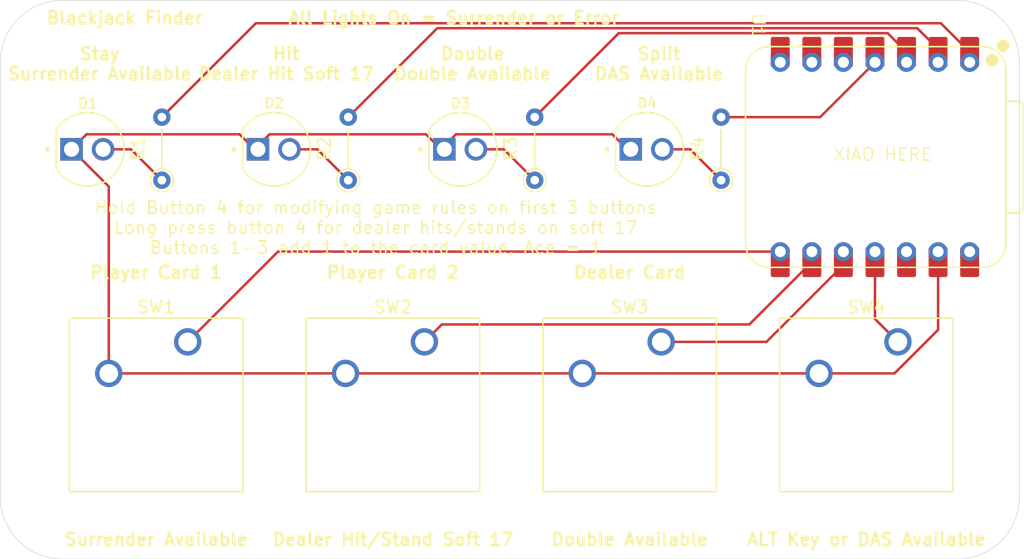
<source format=kicad_pcb>
(kicad_pcb (version 20241229) (generator "pcbnew") (generator_version "9.0")
  (layers (0 "F.Cu" signal) (2 "B.Cu" signal) (13 "F.Paste" user) (15 "B.Paste" user) (5 "F.SilkS" user "F.Silkscreen") (7 "B.SilkS" user "B.Silkscreen") (1 "F.Mask" user) (3 "B.Mask" user) (25 "Edge.Cuts" user))
  (net 0 "")
  (net 1 "Net-(D1-PadA)")
  (net 2 "GND")
  (net 3 "Net-(D2-PadA)")
  (net 4 "Net-(D3-PadA)")
  (net 5 "Net-(D4-PadA)")
  (net 6 "LED1")
  (net 7 "LED2")
  (net 8 "LED3")
  (net 9 "LED4")
  (net 10 "Button1")
  (net 11 "Button2")
  (net 12 "Button3")
  (net 13 "Button4")
  (footprint "Resistor_THT:R_Axial_DIN0204_L3.6mm_D1.6mm_P5.08mm_Vertical" (layer "F.Cu") (at 155 110.49 90)
    (property "Reference" "R4" (at 2.54 -1.92 90) (layer "F.SilkS"))
    (property "Value" "R")
    (fp_line (start 0.92 0) (end 4.08 0) (stroke (width 0.12)) (layer "F.SilkS"))
    (fp_circle (center 0 0) (end 0.92 0) (stroke (width 0.12)) (fill no) (layer "F.SilkS"))
    (pad "1" thru_hole circle (at 0 0 90) (size 1.4 1.4) (drill 0.7) (layers "*.Cu" "*.Mask") (net 5 "Net-(D4-PadA)"))
    (pad "2" thru_hole circle (at 5.08 0 90) (size 1.4 1.4) (drill 0.7) (layers "*.Cu" "*.Mask") (net 9 "LED4"))
  )
  (footprint "Resistor_THT:R_Axial_DIN0204_L3.6mm_D1.6mm_P5.08mm_Vertical" (layer "F.Cu") (at 110 110.49 90)
    (property "Reference" "R1" (at 2.54 -1.92 90) (layer "F.SilkS"))
    (property "Value" "R")
    (fp_line (start 0.92 0) (end 4.08 0) (stroke (width 0.12)) (layer "F.SilkS"))
    (fp_circle (center 0 0) (end 0.92 0) (stroke (width 0.12)) (fill no) (layer "F.SilkS"))
    (pad "1" thru_hole circle (at 0 0 90) (size 1.4 1.4) (drill 0.7) (layers "*.Cu" "*.Mask") (net 1 "Net-(D1-PadA)"))
    (pad "2" thru_hole circle (at 5.08 0 90) (size 1.4 1.4) (drill 0.7) (layers "*.Cu" "*.Mask") (net 6 "LED1"))
  )
  (footprint "Footprints:LED" (layer "F.Cu") (at 104 108)
    (property "Reference" "D1" (at 0.04 -3.708 0) (layer "F.SilkS") (effects (font (size 0.8 0.8))))
    (property "Value" "L08R5000Q1")
    (fp_line (start -2.5 -1.566) (end -2.5 1.566) (stroke (width 0.127)) (layer "F.SilkS"))
    (fp_arc (start -2.5 -1.566) (mid 2.961291 0) (end -2.5 1.566) (stroke (width 0.127)) (layer "F.SilkS"))
    (fp_circle (center -3.2 0) (end -3.1 0) (stroke (width 0.2)) (fill no) (layer "F.SilkS"))
    (pad "A" thru_hole circle (at 1.27 0) (size 1.815 1.815) (drill 1.21) (layers "*.Cu" "*.Mask") (net 1 "Net-(D1-PadA)"))
    (pad "C" thru_hole rect (at -1.27 0) (size 1.815 1.815) (drill 1.21) (layers "*.Cu" "*.Mask") (net 2 "GND"))
  )
  (footprint "Footprints:SW_Cherry_MX_1.00u_PCB3D" (layer "F.Cu") (at 169.2275 123.5075)
    (property "Reference" "SW4" (at -2.54 -2.794 0) (layer "F.SilkS"))
    (property "Value" "SW_Push")
    (fp_line (start -9.525 -1.905) (end 4.445 -1.905) (stroke (width 0.12)) (layer "F.SilkS"))
    (fp_line (start -9.525 12.065) (end -9.525 -1.905) (stroke (width 0.12)) (layer "F.SilkS"))
    (fp_line (start 4.445 -1.905) (end 4.445 12.065) (stroke (width 0.12)) (layer "F.SilkS"))
    (fp_line (start 4.445 12.065) (end -9.525 12.065) (stroke (width 0.12)) (layer "F.SilkS"))
    (pad "" np_thru_hole circle (at -7.62 5.08) (size 1.7 1.7) (drill 1.7) (layers "*.Cu" "*.Mask"))
    (pad "" np_thru_hole circle (at -2.54 5.08) (size 4 4) (drill 4) (layers "*.Cu" "*.Mask"))
    (pad "" np_thru_hole circle (at 2.54 5.08) (size 1.7 1.7) (drill 1.7) (layers "*.Cu" "*.Mask"))
    (pad "1" thru_hole circle (at 0 0) (size 2.2 2.2) (drill 1.5) (layers "*.Cu" "*.Mask") (net 13 "Button4"))
    (pad "2" thru_hole circle (at -6.35 2.54) (size 2.2 2.2) (drill 1.5) (layers "*.Cu" "*.Mask") (net 2 "GND"))
  )
  (footprint "Footprints:SW_Cherry_MX_1.00u_PCB3D" (layer "F.Cu") (at 150.1775 123.5075)
    (property "Reference" "SW3" (at -2.54 -2.794 0) (layer "F.SilkS"))
    (property "Value" "SW_Push")
    (fp_line (start -9.525 -1.905) (end 4.445 -1.905) (stroke (width 0.12)) (layer "F.SilkS"))
    (fp_line (start -9.525 12.065) (end -9.525 -1.905) (stroke (width 0.12)) (layer "F.SilkS"))
    (fp_line (start 4.445 -1.905) (end 4.445 12.065) (stroke (width 0.12)) (layer "F.SilkS"))
    (fp_line (start 4.445 12.065) (end -9.525 12.065) (stroke (width 0.12)) (layer "F.SilkS"))
    (pad "" np_thru_hole circle (at -7.62 5.08) (size 1.7 1.7) (drill 1.7) (layers "*.Cu" "*.Mask"))
    (pad "" np_thru_hole circle (at -2.54 5.08) (size 4 4) (drill 4) (layers "*.Cu" "*.Mask"))
    (pad "" np_thru_hole circle (at 2.54 5.08) (size 1.7 1.7) (drill 1.7) (layers "*.Cu" "*.Mask"))
    (pad "1" thru_hole circle (at 0 0) (size 2.2 2.2) (drill 1.5) (layers "*.Cu" "*.Mask") (net 12 "Button3"))
    (pad "2" thru_hole circle (at -6.35 2.54) (size 2.2 2.2) (drill 1.5) (layers "*.Cu" "*.Mask") (net 2 "GND"))
  )
  (footprint "Resistor_THT:R_Axial_DIN0204_L3.6mm_D1.6mm_P5.08mm_Vertical" (layer "F.Cu") (at 140 110.49 90)
    (property "Reference" "R3" (at 2.54 -1.92 90) (layer "F.SilkS"))
    (property "Value" "R")
    (fp_line (start 0.92 0) (end 4.08 0) (stroke (width 0.12)) (layer "F.SilkS"))
    (fp_circle (center 0 0) (end 0.92 0) (stroke (width 0.12)) (fill no) (layer "F.SilkS"))
    (pad "1" thru_hole circle (at 0 0 90) (size 1.4 1.4) (drill 0.7) (layers "*.Cu" "*.Mask") (net 4 "Net-(D3-PadA)"))
    (pad "2" thru_hole circle (at 5.08 0 90) (size 1.4 1.4) (drill 0.7) (layers "*.Cu" "*.Mask") (net 8 "LED3"))
  )
  (footprint "Footprints:SW_Cherry_MX_1.00u_PCB3D" (layer "F.Cu") (at 112.0775 123.5075)
    (property "Reference" "SW1" (at -2.54 -2.794 0) (layer "F.SilkS"))
    (property "Value" "SW_Push")
    (fp_line (start -9.525 -1.905) (end 4.445 -1.905) (stroke (width 0.12)) (layer "F.SilkS"))
    (fp_line (start -9.525 12.065) (end -9.525 -1.905) (stroke (width 0.12)) (layer "F.SilkS"))
    (fp_line (start 4.445 -1.905) (end 4.445 12.065) (stroke (width 0.12)) (layer "F.SilkS"))
    (fp_line (start 4.445 12.065) (end -9.525 12.065) (stroke (width 0.12)) (layer "F.SilkS"))
    (pad "" np_thru_hole circle (at -7.62 5.08) (size 1.7 1.7) (drill 1.7) (layers "*.Cu" "*.Mask"))
    (pad "" np_thru_hole circle (at -2.54 5.08) (size 4 4) (drill 4) (layers "*.Cu" "*.Mask"))
    (pad "" np_thru_hole circle (at 2.54 5.08) (size 1.7 1.7) (drill 1.7) (layers "*.Cu" "*.Mask"))
    (pad "1" thru_hole circle (at 0 0) (size 2.2 2.2) (drill 1.5) (layers "*.Cu" "*.Mask") (net 10 "Button1"))
    (pad "2" thru_hole circle (at -6.35 2.54) (size 2.2 2.2) (drill 1.5) (layers "*.Cu" "*.Mask") (net 2 "GND"))
  )
  (footprint "Resistor_THT:R_Axial_DIN0204_L3.6mm_D1.6mm_P5.08mm_Vertical" (layer "F.Cu") (at 125 110.49 90)
    (property "Reference" "R2" (at 2.54 -1.92 90) (layer "F.SilkS"))
    (property "Value" "R")
    (fp_line (start 0.92 0) (end 4.08 0) (stroke (width 0.12)) (layer "F.SilkS"))
    (fp_circle (center 0 0) (end 0.92 0) (stroke (width 0.12)) (fill no) (layer "F.SilkS"))
    (pad "1" thru_hole circle (at 0 0 90) (size 1.4 1.4) (drill 0.7) (layers "*.Cu" "*.Mask") (net 3 "Net-(D2-PadA)"))
    (pad "2" thru_hole circle (at 5.08 0 90) (size 1.4 1.4) (drill 0.7) (layers "*.Cu" "*.Mask") (net 7 "LED2"))
  )
  (footprint "Footprints:LED" (layer "F.Cu") (at 149 108)
    (property "Reference" "D4" (at 0.04 -3.708 0) (layer "F.SilkS") (effects (font (size 0.8 0.8))))
    (property "Value" "L08R5000Q1")
    (fp_line (start -2.5 -1.566) (end -2.5 1.566) (stroke (width 0.127)) (layer "F.SilkS"))
    (fp_arc (start -2.5 -1.566) (mid 2.961291 0) (end -2.5 1.566) (stroke (width 0.127)) (layer "F.SilkS"))
    (fp_circle (center -3.2 0) (end -3.1 0) (stroke (width 0.2)) (fill no) (layer "F.SilkS"))
    (pad "A" thru_hole circle (at 1.27 0) (size 1.815 1.815) (drill 1.21) (layers "*.Cu" "*.Mask") (net 5 "Net-(D4-PadA)"))
    (pad "C" thru_hole rect (at -1.27 0) (size 1.815 1.815) (drill 1.21) (layers "*.Cu" "*.Mask") (net 2 "GND"))
  )
  (footprint "Footprints:LED" (layer "F.Cu") (at 134 108)
    (property "Reference" "D3" (at 0.04 -3.708 0) (layer "F.SilkS") (effects (font (size 0.8 0.8))))
    (property "Value" "L08R5000Q1")
    (fp_line (start -2.5 -1.566) (end -2.5 1.566) (stroke (width 0.127)) (layer "F.SilkS"))
    (fp_arc (start -2.5 -1.566) (mid 2.961291 0) (end -2.5 1.566) (stroke (width 0.127)) (layer "F.SilkS"))
    (fp_circle (center -3.2 0) (end -3.1 0) (stroke (width 0.2)) (fill no) (layer "F.SilkS"))
    (pad "A" thru_hole circle (at 1.27 0) (size 1.815 1.815) (drill 1.21) (layers "*.Cu" "*.Mask") (net 4 "Net-(D3-PadA)"))
    (pad "C" thru_hole rect (at -1.27 0) (size 1.815 1.815) (drill 1.21) (layers "*.Cu" "*.Mask") (net 2 "GND"))
  )
  (footprint "Footprints:SW_Cherry_MX_1.00u_PCB3D" (layer "F.Cu") (at 131.1275 123.5075)
    (property "Reference" "SW2" (at -2.54 -2.794 0) (layer "F.SilkS"))
    (property "Value" "SW_Push")
    (fp_line (start -9.525 -1.905) (end 4.445 -1.905) (stroke (width 0.12)) (layer "F.SilkS"))
    (fp_line (start -9.525 12.065) (end -9.525 -1.905) (stroke (width 0.12)) (layer "F.SilkS"))
    (fp_line (start 4.445 -1.905) (end 4.445 12.065) (stroke (width 0.12)) (layer "F.SilkS"))
    (fp_line (start 4.445 12.065) (end -9.525 12.065) (stroke (width 0.12)) (layer "F.SilkS"))
    (pad "" np_thru_hole circle (at -7.62 5.08) (size 1.7 1.7) (drill 1.7) (layers "*.Cu" "*.Mask"))
    (pad "" np_thru_hole circle (at -2.54 5.08) (size 4 4) (drill 4) (layers "*.Cu" "*.Mask"))
    (pad "" np_thru_hole circle (at 2.54 5.08) (size 1.7 1.7) (drill 1.7) (layers "*.Cu" "*.Mask"))
    (pad "1" thru_hole circle (at 0 0) (size 2.2 2.2) (drill 1.5) (layers "*.Cu" "*.Mask") (net 11 "Button2"))
    (pad "2" thru_hole circle (at -6.35 2.54) (size 2.2 2.2) (drill 1.5) (layers "*.Cu" "*.Mask") (net 2 "GND"))
  )
  (footprint "Footprints:LED" (layer "F.Cu") (at 119 108)
    (property "Reference" "D2" (at 0.04 -3.708 0) (layer "F.SilkS") (effects (font (size 0.8 0.8))))
    (property "Value" "L08R5000Q1")
    (fp_line (start -2.5 -1.566) (end -2.5 1.566) (stroke (width 0.127)) (layer "F.SilkS"))
    (fp_arc (start -2.5 -1.566) (mid 2.961291 0) (end -2.5 1.566) (stroke (width 0.127)) (layer "F.SilkS"))
    (fp_circle (center -3.2 0) (end -3.1 0) (stroke (width 0.2)) (fill no) (layer "F.SilkS"))
    (pad "A" thru_hole circle (at 1.27 0) (size 1.815 1.815) (drill 1.21) (layers "*.Cu" "*.Mask") (net 3 "Net-(D2-PadA)"))
    (pad "C" thru_hole rect (at -1.27 0) (size 1.815 1.815) (drill 1.21) (layers "*.Cu" "*.Mask") (net 2 "GND"))
  )
  (footprint "Footprints:XIAO-RP2040-DIP" (layer "F.Cu") (at 167.38 108.62 -90)
    (property "Reference" "U1" (at -10.62 9.38 270) (layer "F.SilkS") (effects (font (thickness 0.125))))
    (property "Value" "XIAO-RP2040-DIP")
    (fp_line (start -6.985 10.414) (end 6.985 10.414) (stroke (width 0.127)) (layer "F.SilkS"))
    (fp_line (start -8.89 8.509) (end -8.89 -8.636) (stroke (width 0.127)) (layer "F.SilkS"))
    (fp_line (start 8.89 8.509) (end 8.89 -8.636) (stroke (width 0.127)) (layer "F.SilkS"))
    (fp_line (start -4.495 -10.541) (end -4.491272 -11.451272) (stroke (width 0.127)) (layer "F.SilkS"))
    (fp_line (start 6.985 -10.541) (end -6.985 -10.541) (stroke (width 0.1)) (layer "F.SilkS"))
    (fp_line (start 6.985 -10.541) (end -6.985 -10.541) (stroke (width 0.127)) (layer "F.SilkS"))
    (fp_line (start 4.504 -11.451) (end 4.504 -10.541) (stroke (width 0.127)) (layer "F.SilkS"))
    (fp_line (start -3.991272 -11.951) (end 4.004 -11.951) (stroke (width 0.127)) (layer "F.SilkS"))
    (fp_arc (start -6.985 10.414) (mid -8.332038 9.856038) (end -8.89 8.509) (stroke (width 0.127)) (layer "F.SilkS"))
    (fp_arc (start 8.89 8.509) (mid 8.332038 9.856038) (end 6.985 10.414) (stroke (width 0.127)) (layer "F.SilkS"))
    (fp_arc (start -8.89 -8.636) (mid -8.332038 -9.983038) (end -6.985 -10.541) (stroke (width 0.127)) (layer "F.SilkS"))
    (fp_arc (start 6.985 -10.541) (mid 8.332038 -9.983038) (end 8.89 -8.636) (stroke (width 0.127)) (layer "F.SilkS"))
    (fp_arc (start -4.491272 -11.451272) (mid -4.344728 -11.80464) (end -3.991272 -11.951) (stroke (width 0.127)) (layer "F.SilkS"))
    (fp_arc (start 4.004 -11.951) (mid 4.357553 -11.804553) (end 4.504 -11.451) (stroke (width 0.127)) (layer "F.SilkS"))
    (fp_circle (center -7.807 -9.42) (end -7.807 -9.674) (stroke (width 0.5)) (fill yes) (layer "F.SilkS"))
    (fp_circle (center -8.95 -10.3) (end -8.95 -10.554) (stroke (width 0.5)) (fill yes) (layer "F.SilkS"))
    (pad "1" smd roundrect (at -8.455 -7.62 90) (size 2.432 1.524) (layers "F.Cu" "F.Mask") (roundrect_rratio 0.1) (net 6 "LED1"))
    (pad "1" thru_hole circle (at -7.62 -7.62 90) (size 1.524 1.524) (drill 0.889) (layers "*.Cu" "*.Mask") (net 6 "LED1"))
    (pad "2" smd roundrect (at -8.455 -5.08 90) (size 2.432 1.524) (layers "F.Cu" "F.Mask") (roundrect_rratio 0.1) (net 7 "LED2"))
    (pad "2" thru_hole circle (at -7.62 -5.08 90) (size 1.524 1.524) (drill 0.889) (layers "*.Cu" "*.Mask") (net 7 "LED2"))
    (pad "3" smd roundrect (at -8.455 -2.54 90) (size 2.432 1.524) (layers "F.Cu" "F.Mask") (roundrect_rratio 0.1) (net 8 "LED3"))
    (pad "3" thru_hole circle (at -7.62 -2.54 90) (size 1.524 1.524) (drill 0.889) (layers "*.Cu" "*.Mask") (net 8 "LED3"))
    (pad "4" smd roundrect (at -8.455 0 90) (size 2.432 1.524) (layers "F.Cu" "F.Mask") (roundrect_rratio 0.1) (net 9 "LED4"))
    (pad "4" thru_hole circle (at -7.62 0 90) (size 1.524 1.524) (drill 0.889) (layers "*.Cu" "*.Mask") (net 9 "LED4"))
    (pad "5" smd roundrect (at -8.455 2.54 90) (size 2.432 1.524) (layers "F.Cu" "F.Mask") (roundrect_rratio 0.1))
    (pad "5" thru_hole circle (at -7.62 2.54 90) (size 1.524 1.524) (drill 0.889) (layers "*.Cu" "*.Mask"))
    (pad "6" smd roundrect (at -8.455 5.08 90) (size 2.432 1.524) (layers "F.Cu" "F.Mask") (roundrect_rratio 0.1))
    (pad "6" thru_hole circle (at -7.62 5.08 90) (size 1.524 1.524) (drill 0.889) (layers "*.Cu" "*.Mask"))
    (pad "7" smd roundrect (at -8.455 7.62 90) (size 2.432 1.524) (layers "F.Cu" "F.Mask") (roundrect_rratio 0.1))
    (pad "7" thru_hole circle (at -7.62 7.62 90) (size 1.524 1.524) (drill 0.889) (layers "*.Cu" "*.Mask"))
    (pad "8" thru_hole circle (at 7.62 7.62 270) (size 1.524 1.524) (drill 0.889) (layers "*.Cu" "*.Mask") (net 10 "Button1"))
    (pad "8" smd roundrect (at 8.455 7.62 270) (size 2.432 1.524) (layers "F.Cu" "F.Mask") (roundrect_rratio 0.1) (net 10 "Button1"))
    (pad "9" thru_hole circle (at 7.62 5.08 270) (size 1.524 1.524) (drill 0.889) (layers "*.Cu" "*.Mask") (net 11 "Button2"))
    (pad "9" smd roundrect (at 8.455 5.08 270) (size 2.432 1.524) (layers "F.Cu" "F.Mask") (roundrect_rratio 0.1) (net 11 "Button2"))
    (pad "10" thru_hole circle (at 7.62 2.54 270) (size 1.524 1.524) (drill 0.889) (layers "*.Cu" "*.Mask") (net 12 "Button3"))
    (pad "10" smd roundrect (at 8.455 2.54 270) (size 2.432 1.524) (layers "F.Cu" "F.Mask") (roundrect_rratio 0.1) (net 12 "Button3"))
    (pad "11" thru_hole circle (at 7.62 0 270) (size 1.524 1.524) (drill 0.889) (layers "*.Cu" "*.Mask") (net 13 "Button4"))
    (pad "11" smd roundrect (at 8.455 0 270) (size 2.432 1.524) (layers "F.Cu" "F.Mask") (roundrect_rratio 0.1) (net 13 "Button4"))
    (pad "12" thru_hole circle (at 7.62 -2.54 270) (size 1.524 1.524) (drill 0.889) (layers "*.Cu" "*.Mask"))
    (pad "12" smd roundrect (at 8.455 -2.54 270) (size 2.432 1.524) (layers "F.Cu" "F.Mask") (roundrect_rratio 0.1))
    (pad "13" thru_hole circle (at 7.62 -5.08 270) (size 1.524 1.524) (drill 0.889) (layers "*.Cu" "*.Mask") (net 2 "GND"))
    (pad "13" smd roundrect (at 8.455 -5.08 270) (size 2.432 1.524) (layers "F.Cu" "F.Mask") (roundrect_rratio 0.1) (net 2 "GND"))
    (pad "14" thru_hole circle (at 7.62 -7.62 270) (size 1.524 1.524) (drill 0.889) (layers "*.Cu" "*.Mask"))
    (pad "14" smd roundrect (at 8.455 -7.62 270) (size 2.432 1.524) (layers "F.Cu" "F.Mask") (roundrect_rratio 0.1))
  )
  (gr_arc (start 179 136) (mid 177.535534 139.535534) (end 174 141) (stroke (width 0.05)) (layer "Edge.Cuts"))
  (gr_arc (start 97 101) (mid 98.464466 97.464466) (end 102 96) (stroke (width 0.05)) (layer "Edge.Cuts"))
  (gr_arc (start 174 96) (mid 177.535534 97.464466) (end 179 101) (stroke (width 0.05)) (layer "Edge.Cuts"))
  (gr_line (start 179 101) (end 179 136) (stroke (width 0.05)) (layer "Edge.Cuts"))
  (gr_line (start 174 141) (end 102 141) (stroke (width 0.05)) (layer "Edge.Cuts"))
  (gr_line (start 97 136) (end 97 101) (stroke (width 0.05)) (layer "Edge.Cuts"))
  (gr_arc (start 102 141) (mid 98.464466 139.535534) (end 97 136) (stroke (width 0.05)) (layer "Edge.Cuts"))
  (gr_line (start 102 96) (end 174 96) (stroke (width 0.05)) (layer "Edge.Cuts"))
  (gr_text "Dealer Hit/Stand Soft 17" (at 128.5875 140 0) (layer "F.SilkS") (effects (font (size 1 1) (thickness 0.2) (bold yes)) (justify bottom)))
  (gr_text "Hold Button 4 for modifying game rules on first 3 buttons\nLong press button 4 for dealer hits/stands on soft 17\nButtons 1-3 add 1 to the card value, Ace = 1" (at 127.2 116.5 0) (layer "F.SilkS") (effects (font (size 1 1) (thickness 0.125)) (justify bottom)))
  (gr_text "Stay\nSurrender Available" (at 105 102.5 0) (layer "F.SilkS") (effects (font (size 1 1) (thickness 0.2) (bold yes)) (justify bottom)))
  (gr_text "Dealer Card" (at 147.6375 118.5 0) (layer "F.SilkS") (effects (font (size 1 1) (thickness 0.2) (bold yes)) (justify bottom)))
  (gr_text "Double\nDouble Available" (at 135 102.5 0) (layer "F.SilkS") (effects (font (size 1 1) (thickness 0.2) (bold yes)) (justify bottom)))
  (gr_text "Blackjack Finder" (at 107 98 0) (layer "F.SilkS") (effects (font (size 1 1) (thickness 0.2) (bold yes)) (justify bottom)))
  (gr_text "Split\nDAS Available" (at 150 102.5 0) (layer "F.SilkS") (effects (font (size 1 1) (thickness 0.2) (bold yes)) (justify bottom)))
  (gr_text "Double Available" (at 147.6375 140 0) (layer "F.SilkS") (effects (font (size 1 1) (thickness 0.2) (bold yes)) (justify bottom)))
  (gr_text "Player Card 2" (at 128.5875 118.5 0) (layer "F.SilkS") (effects (font (size 1 1) (thickness 0.2) (bold yes)) (justify bottom)))
  (gr_text "Surrender Available" (at 109.5375 140 0) (layer "F.SilkS") (effects (font (size 1 1) (thickness 0.2) (bold yes)) (justify bottom)))
  (gr_text "Player Card 1" (at 109.5375 118.5 0) (layer "F.SilkS") (effects (font (size 1 1) (thickness 0.2) (bold yes)) (justify bottom)))
  (gr_text "XIAO HERE" (at 168 109 0) (layer "F.SilkS") (effects (font (size 1 1) (thickness 0.1)) (justify bottom)))
  (gr_text "Hit\nDealer Hit Soft 17" (at 120 102.5 0) (layer "F.SilkS") (effects (font (size 1 1) (thickness 0.2) (bold yes)) (justify bottom)))
  (gr_text "All Lights On = Surrender or Error" (at 133.5 98 0) (layer "F.SilkS") (effects (font (size 1 1) (thickness 0.2) (bold yes)) (justify bottom)))
  (gr_text "ALT Key or DAS Available" (at 166.6875 140 0) (layer "F.SilkS") (effects (font (size 1 1) (thickness 0.2) (bold yes)) (justify bottom)))
  (segment (start 105.27 108) (end 107.51 108) (width 0.2) (layer "F.Cu") (net 1))
  (segment (start 107.51 108) (end 110 110.49) (width 0.2) (layer "F.Cu") (net 1))
  (segment (start 172.46 122.54) (end 168.9525 126.0475) (width 0.2) (layer "F.Cu") (net 2))
  (segment (start 103.9385 106.7915) (end 116.2515 106.7915) (width 0.2) (layer "F.Cu") (net 2))
  (segment (start 133.6685 106.7915) (end 146.2515 106.7915) (width 0.2) (layer "F.Cu") (net 2))
  (segment (start 131.2515 106.7915) (end 132.46 108) (width 0.2) (layer "F.Cu") (net 2))
  (segment (start 118.6685 106.7915) (end 131.2515 106.7915) (width 0.2) (layer "F.Cu") (net 2))
  (segment (start 117.46 108) (end 118.6685 106.7915) (width 0.2) (layer "F.Cu") (net 2))
  (segment (start 146.2515 106.7915) (end 147.46 108) (width 0.2) (layer "F.Cu") (net 2))
  (segment (start 124.7775 126.0475) (end 105.7275 126.0475) (width 0.2) (layer "F.Cu") (net 2))
  (segment (start 143.8275 126.0475) (end 124.7775 126.0475) (width 0.2) (layer "F.Cu") (net 2))
  (segment (start 132.46 108) (end 133.6685 106.7915) (width 0.2) (layer "F.Cu") (net 2))
  (segment (start 105.7275 126.0475) (end 105.7275 110.9975) (width 0.2) (layer "F.Cu") (net 2))
  (segment (start 105.7275 110.9975) (end 102.73 108) (width 0.2) (layer "F.Cu") (net 2))
  (segment (start 168.9525 126.0475) (end 162.8775 126.0475) (width 0.2) (layer "F.Cu") (net 2))
  (segment (start 162.8775 126.0475) (end 143.8275 126.0475) (width 0.2) (layer "F.Cu") (net 2))
  (segment (start 116.2515 106.7915) (end 117.46 108) (width 0.2) (layer "F.Cu") (net 2))
  (segment (start 172.46 116.24) (end 172.46 122.54) (width 0.2) (layer "F.Cu") (net 2))
  (segment (start 102.73 108) (end 103.9385 106.7915) (width 0.2) (layer "F.Cu") (net 2))
  (segment (start 122.51 108) (end 125 110.49) (width 0.2) (layer "F.Cu") (net 3))
  (segment (start 120 108) (end 122.51 108) (width 0.2) (layer "F.Cu") (net 3))
  (segment (start 137.51 108) (end 140 110.49) (width 0.2) (layer "F.Cu") (net 4))
  (segment (start 135 108) (end 137.51 108) (width 0.2) (layer "F.Cu") (net 4))
  (segment (start 152.51 108) (end 155 110.49) (width 0.2) (layer "F.Cu") (net 5))
  (segment (start 150 108) (end 152.51 108) (width 0.2) (layer "F.Cu") (net 5))
  (segment (start 172.681 97.846) (end 175 100.165) (width 0.2) (layer "F.Cu") (net 6))
  (segment (start 117.564 97.846) (end 172.681 97.846) (width 0.2) (layer "F.Cu") (net 6))
  (segment (start 110 105.41) (end 117.564 97.846) (width 0.2) (layer "F.Cu") (net 6))
  (segment (start 132.163 98.247) (end 170.78463 98.247) (width 0.2) (layer "F.Cu") (net 7))
  (segment (start 170.78463 98.247) (end 172.46 99.92237) (width 0.2) (layer "F.Cu") (net 7))
  (segment (start 125 105.41) (end 132.163 98.247) (width 0.2) (layer "F.Cu") (net 7))
  (segment (start 140 105.41) (end 146.762 98.648) (width 0.2) (layer "F.Cu") (net 8))
  (segment (start 146.762 98.648) (end 168.403 98.648) (width 0.2) (layer "F.Cu") (net 8))
  (segment (start 168.403 98.648) (end 169.92 100.165) (width 0.2) (layer "F.Cu") (net 8))
  (segment (start 155 105.41) (end 162.97 105.41) (width 0.2) (layer "F.Cu") (net 9))
  (segment (start 162.97 105.41) (end 167.38 101) (width 0.2) (layer "F.Cu") (net 9))
  (segment (start 112.0775 123.5075) (end 119.345 116.24) (width 0.2) (layer "F.Cu") (net 10))
  (segment (start 119.345 116.24) (end 159.76 116.24) (width 0.2) (layer "F.Cu") (net 10))
  (segment (start 132.5285 122.1065) (end 157.2685 122.1065) (width 0.2) (layer "F.Cu") (net 11))
  (segment (start 131.1275 123.5075) (end 132.5285 122.1065) (width 0.2) (layer "F.Cu") (net 11))
  (segment (start 157.2685 122.1065) (end 162.3 117.075) (width 0.2) (layer "F.Cu") (net 11))
  (segment (start 158.65013 123.5075) (end 164.84 117.31763) (width 0.2) (layer "F.Cu") (net 12))
  (segment (start 150.1775 123.5075) (end 158.65013 123.5075) (width 0.2) (layer "F.Cu") (net 12))
  (segment (start 167.38 121.66) (end 167.38 116.24) (width 0.2) (layer "F.Cu") (net 13))
  (segment (start 169.2275 123.5075) (end 167.38 121.66) (width 0.2) (layer "F.Cu") (net 13))
)
</source>
